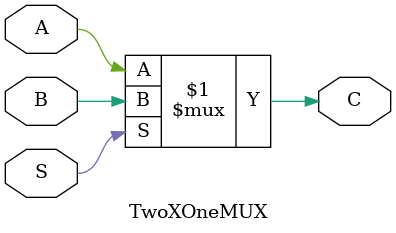
<source format=v>
`timescale 1ns / 1ps


module TwoXOneMUX( input A,B,S,output  C);

assign C= S? B:A;
//always @(*)
//begin
// C = (A & ~S )|(S & B);
// end
endmodule


</source>
